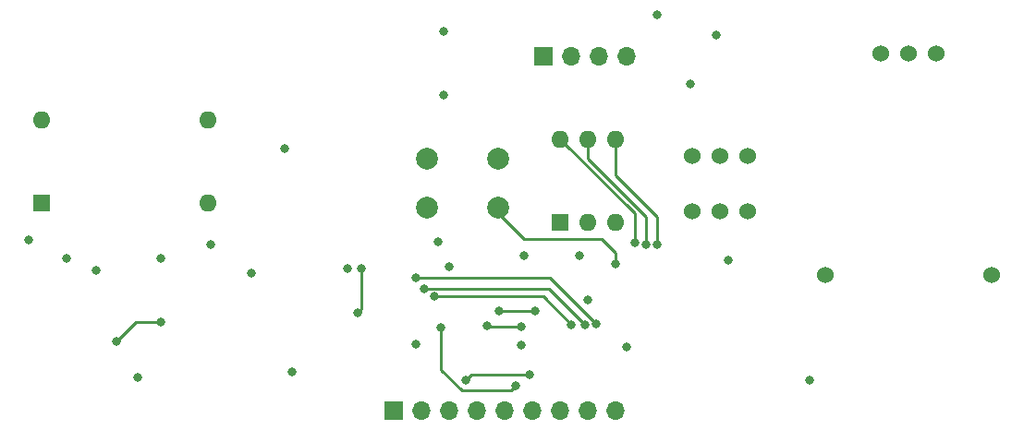
<source format=gbr>
%TF.GenerationSoftware,KiCad,Pcbnew,(5.1.10-1-10_14)*%
%TF.CreationDate,2021-11-14T12:00:46-05:00*%
%TF.ProjectId,clockv2,636c6f63-6b76-4322-9e6b-696361645f70,rev?*%
%TF.SameCoordinates,Original*%
%TF.FileFunction,Copper,L4,Bot*%
%TF.FilePolarity,Positive*%
%FSLAX46Y46*%
G04 Gerber Fmt 4.6, Leading zero omitted, Abs format (unit mm)*
G04 Created by KiCad (PCBNEW (5.1.10-1-10_14)) date 2021-11-14 12:00:46*
%MOMM*%
%LPD*%
G01*
G04 APERTURE LIST*
%TA.AperFunction,ComponentPad*%
%ADD10O,1.600000X1.600000*%
%TD*%
%TA.AperFunction,ComponentPad*%
%ADD11R,1.600000X1.600000*%
%TD*%
%TA.AperFunction,ComponentPad*%
%ADD12C,1.524000*%
%TD*%
%TA.AperFunction,ComponentPad*%
%ADD13C,2.000000*%
%TD*%
%TA.AperFunction,ComponentPad*%
%ADD14O,1.700000X1.700000*%
%TD*%
%TA.AperFunction,ComponentPad*%
%ADD15R,1.700000X1.700000*%
%TD*%
%TA.AperFunction,ViaPad*%
%ADD16C,0.800000*%
%TD*%
%TA.AperFunction,Conductor*%
%ADD17C,0.250000*%
%TD*%
G04 APERTURE END LIST*
D10*
%TO.P,SW3,6*%
%TO.N,FREQ0*%
X228854000Y-43688000D03*
%TO.P,SW3,3*%
%TO.N,VCC*%
X233934000Y-51308000D03*
%TO.P,SW3,5*%
%TO.N,FREQ1*%
X231394000Y-43688000D03*
%TO.P,SW3,2*%
%TO.N,VCC*%
X231394000Y-51308000D03*
%TO.P,SW3,4*%
%TO.N,FREQ2*%
X233934000Y-43688000D03*
D11*
%TO.P,SW3,1*%
%TO.N,VCC*%
X228854000Y-51308000D03*
%TD*%
D12*
%TO.P,SW2,2*%
%TO.N,Net-(SW2-Pad2)*%
X246000000Y-50264000D03*
%TO.P,SW2,3*%
%TO.N,Net-(R6-Pad1)*%
X243460000Y-50264000D03*
%TO.P,SW2,1*%
%TO.N,GND*%
X240920000Y-50264000D03*
%TO.P,SW2,*%
%TO.N,*%
X246000000Y-45184000D03*
X243460000Y-45184000D03*
X240920000Y-45184000D03*
%TD*%
D13*
%TO.P,SW1,1*%
%TO.N,GND*%
X223162000Y-45466000D03*
%TO.P,SW1,2*%
%TO.N,LATCH_FREQUENCY*%
X223162000Y-49966000D03*
%TO.P,SW1,1*%
%TO.N,GND*%
X216662000Y-45466000D03*
%TO.P,SW1,2*%
%TO.N,LATCH_FREQUENCY*%
X216662000Y-49966000D03*
%TD*%
D14*
%TO.P,J2,9*%
%TO.N,GND*%
X233934000Y-68580000D03*
%TO.P,J2,8*%
%TO.N,VCC*%
X231394000Y-68580000D03*
%TO.P,J2,7*%
%TO.N,HALT*%
X228854000Y-68580000D03*
%TO.P,J2,6*%
%TO.N,~CLOCK*%
X226314000Y-68580000D03*
%TO.P,J2,5*%
X223774000Y-68580000D03*
%TO.P,J2,4*%
%TO.N,CLOCK*%
X221234000Y-68580000D03*
%TO.P,J2,3*%
X218694000Y-68580000D03*
%TO.P,J2,2*%
X216154000Y-68580000D03*
D15*
%TO.P,J2,1*%
X213614000Y-68580000D03*
%TD*%
D14*
%TO.P,J1,4*%
%TO.N,FREQ2*%
X234950000Y-36068000D03*
%TO.P,J1,3*%
%TO.N,FREQ1*%
X232410000Y-36068000D03*
%TO.P,J1,2*%
%TO.N,FREQ0*%
X229870000Y-36068000D03*
D15*
%TO.P,J1,1*%
%TO.N,LATCH_FREQUENCY*%
X227330000Y-36068000D03*
%TD*%
D11*
%TO.P,U1,1*%
%TO.N,Net-(U1-Pad1)*%
X181356000Y-49530000D03*
D10*
%TO.P,U1,3*%
%TO.N,CRYSTAL*%
X196596000Y-41910000D03*
%TO.P,U1,2*%
%TO.N,GND*%
X196596000Y-49530000D03*
%TO.P,U1,4*%
%TO.N,VCC*%
X181356000Y-41910000D03*
%TD*%
D12*
%TO.P,U7,2*%
%TO.N,GND*%
X268384000Y-56132000D03*
%TO.P,U7,1*%
%TO.N,VCC*%
X253144000Y-56132000D03*
%TO.P,U7,*%
%TO.N,*%
X263304000Y-35812000D03*
%TO.P,U7,3*%
%TO.N,MANUAL_PULSE*%
X260764000Y-35812000D03*
%TO.P,U7,*%
%TO.N,*%
X258224000Y-35812000D03*
%TD*%
D16*
%TO.N,LATCH_FREQUENCY*%
X233934000Y-55118000D03*
%TO.N,VCC*%
X183642000Y-54610000D03*
X196850000Y-53340000D03*
X218694000Y-55372000D03*
X230632000Y-54356000D03*
X240792000Y-38608000D03*
X244244500Y-54760500D03*
X217678000Y-53086000D03*
X218186000Y-33782000D03*
X209376795Y-55589010D03*
%TO.N,GND*%
X180152000Y-52898000D03*
X192278000Y-54610000D03*
X231394000Y-58420000D03*
X251714000Y-65786000D03*
X225552000Y-54356000D03*
X203557500Y-44553500D03*
X218186000Y-39624000D03*
X237744000Y-32258000D03*
X243144000Y-34102000D03*
X225229500Y-62552500D03*
X186309000Y-55753000D03*
X200533004Y-56006996D03*
X190103814Y-65568990D03*
X204254016Y-65060990D03*
X215646000Y-62484000D03*
X234950000Y-62738000D03*
%TO.N,Net-(SW2-Pad2)*%
X226568000Y-59436000D03*
X223266000Y-59436000D03*
%TO.N,FREQ0*%
X235671611Y-53180979D03*
%TO.N,FREQ1*%
X236728000Y-53340000D03*
%TO.N,FREQ2*%
X237744000Y-53340000D03*
%TO.N,Net-(U3-Pad6)*%
X188214000Y-62230000D03*
X192278000Y-60452000D03*
%TO.N,HALT*%
X224790000Y-66294000D03*
X217932000Y-60960000D03*
%TO.N,MANUAL_PULSE*%
X225240010Y-60902010D03*
X222157636Y-60789044D03*
%TO.N,CRYSTAL*%
X220218000Y-65786006D03*
X226060000Y-65278000D03*
%TO.N,FREQ_SEL_2*%
X215646000Y-56388000D03*
X232138441Y-60649955D03*
%TO.N,FREQ_SEL_1*%
X216408000Y-57404000D03*
X231140000Y-60706000D03*
%TO.N,FREQ_SEL_0*%
X217343205Y-58129010D03*
X229870000Y-60706000D03*
%TO.N,CRYSTAL3*%
X210605990Y-55592061D03*
X210304355Y-59604152D03*
%TD*%
D17*
%TO.N,LATCH_FREQUENCY*%
X233934000Y-55118000D02*
X233934000Y-54102000D01*
X233934000Y-54102000D02*
X232664000Y-52832000D01*
X232664000Y-52832000D02*
X225552000Y-52832000D01*
X223162000Y-50442000D02*
X223162000Y-49966000D01*
X225552000Y-52832000D02*
X223162000Y-50442000D01*
%TO.N,Net-(SW2-Pad2)*%
X223266000Y-59436000D02*
X226568000Y-59436000D01*
%TO.N,FREQ0*%
X228854000Y-43688000D02*
X235671611Y-50505611D01*
X235671611Y-50505611D02*
X235671611Y-53180979D01*
%TO.N,FREQ1*%
X231394000Y-43688000D02*
X231394000Y-45466000D01*
X231394000Y-45466000D02*
X236728000Y-50800000D01*
X236728000Y-50800000D02*
X236728000Y-53340000D01*
%TO.N,FREQ2*%
X237744000Y-53340000D02*
X237744000Y-50800000D01*
X233934000Y-46990000D02*
X233934000Y-43688000D01*
X237744000Y-50800000D02*
X233934000Y-46990000D01*
%TO.N,Net-(U3-Pad6)*%
X188214000Y-62230000D02*
X189992000Y-60452000D01*
X189992000Y-60452000D02*
X192278000Y-60452000D01*
%TO.N,HALT*%
X224790000Y-66294000D02*
X224318998Y-66765002D01*
X217932000Y-64827004D02*
X217932000Y-60960000D01*
X224318998Y-66765002D02*
X219869998Y-66765002D01*
X219869998Y-66765002D02*
X217932000Y-64827004D01*
%TO.N,MANUAL_PULSE*%
X225240010Y-60902010D02*
X222270602Y-60902010D01*
X222270602Y-60902010D02*
X222157636Y-60789044D01*
%TO.N,CRYSTAL*%
X220726006Y-65278000D02*
X226060000Y-65278000D01*
X220218000Y-65786006D02*
X220726006Y-65278000D01*
%TO.N,FREQ_SEL_2*%
X227876486Y-56388000D02*
X232138441Y-60649955D01*
X215646000Y-56388000D02*
X227876486Y-56388000D01*
%TO.N,FREQ_SEL_1*%
X231140000Y-60706000D02*
X227838000Y-57404000D01*
X227838000Y-57404000D02*
X216408000Y-57404000D01*
%TO.N,FREQ_SEL_0*%
X217343205Y-58129010D02*
X227293010Y-58129010D01*
X227293010Y-58129010D02*
X229870000Y-60706000D01*
%TO.N,CRYSTAL3*%
X210605990Y-55592061D02*
X210605990Y-59302517D01*
X210605990Y-59302517D02*
X210304355Y-59604152D01*
%TD*%
M02*

</source>
